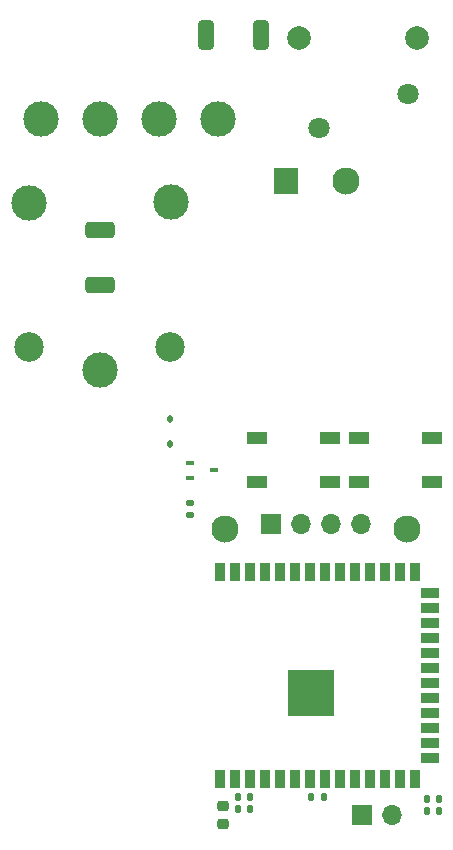
<source format=gbr>
%TF.GenerationSoftware,KiCad,Pcbnew,7.0.1*%
%TF.CreationDate,2023-04-13T16:06:33-04:00*%
%TF.ProjectId,IoT Lightswitch,496f5420-4c69-4676-9874-737769746368,rev?*%
%TF.SameCoordinates,Original*%
%TF.FileFunction,Soldermask,Top*%
%TF.FilePolarity,Negative*%
%FSLAX46Y46*%
G04 Gerber Fmt 4.6, Leading zero omitted, Abs format (unit mm)*
G04 Created by KiCad (PCBNEW 7.0.1) date 2023-04-13 16:06:33*
%MOMM*%
%LPD*%
G01*
G04 APERTURE LIST*
G04 Aperture macros list*
%AMRoundRect*
0 Rectangle with rounded corners*
0 $1 Rounding radius*
0 $2 $3 $4 $5 $6 $7 $8 $9 X,Y pos of 4 corners*
0 Add a 4 corners polygon primitive as box body*
4,1,4,$2,$3,$4,$5,$6,$7,$8,$9,$2,$3,0*
0 Add four circle primitives for the rounded corners*
1,1,$1+$1,$2,$3*
1,1,$1+$1,$4,$5*
1,1,$1+$1,$6,$7*
1,1,$1+$1,$8,$9*
0 Add four rect primitives between the rounded corners*
20,1,$1+$1,$2,$3,$4,$5,0*
20,1,$1+$1,$4,$5,$6,$7,0*
20,1,$1+$1,$6,$7,$8,$9,0*
20,1,$1+$1,$8,$9,$2,$3,0*%
G04 Aperture macros list end*
%ADD10R,1.800000X1.100000*%
%ADD11C,3.000000*%
%ADD12RoundRect,0.350000X-0.900000X0.350000X-0.900000X-0.350000X0.900000X-0.350000X0.900000X0.350000X0*%
%ADD13RoundRect,0.350000X-0.350000X-0.900000X0.350000X-0.900000X0.350000X0.900000X-0.350000X0.900000X0*%
%ADD14RoundRect,0.135000X-0.185000X0.135000X-0.185000X-0.135000X0.185000X-0.135000X0.185000X0.135000X0*%
%ADD15RoundRect,0.112500X-0.112500X0.187500X-0.112500X-0.187500X0.112500X-0.187500X0.112500X0.187500X0*%
%ADD16RoundRect,0.147500X-0.147500X-0.172500X0.147500X-0.172500X0.147500X0.172500X-0.147500X0.172500X0*%
%ADD17R,1.700000X1.700000*%
%ADD18O,1.700000X1.700000*%
%ADD19RoundRect,0.135000X0.135000X0.185000X-0.135000X0.185000X-0.135000X-0.185000X0.135000X-0.185000X0*%
%ADD20RoundRect,0.140000X0.140000X0.170000X-0.140000X0.170000X-0.140000X-0.170000X0.140000X-0.170000X0*%
%ADD21R,0.700000X0.450000*%
%ADD22R,0.900000X1.500000*%
%ADD23R,1.500000X0.900000*%
%ADD24C,0.600000*%
%ADD25R,3.900000X3.900000*%
%ADD26RoundRect,0.225000X-0.250000X0.225000X-0.250000X-0.225000X0.250000X-0.225000X0.250000X0.225000X0*%
%ADD27C,2.500000*%
%ADD28C,1.800000*%
%ADD29R,2.000000X2.300000*%
%ADD30C,2.300000*%
%ADD31C,2.000000*%
G04 APERTURE END LIST*
D10*
%TO.C,BOOT*%
X169493000Y-87939000D03*
X175693000Y-87939000D03*
X169493000Y-91639000D03*
X175693000Y-91639000D03*
%TD*%
D11*
%TO.C,J1*%
X157574000Y-60960000D03*
X152574000Y-60960000D03*
X147574000Y-60960000D03*
X142574000Y-60960000D03*
%TD*%
D12*
%TO.C,F1*%
X147574000Y-70294000D03*
X147574000Y-74994000D03*
%TD*%
D10*
%TO.C,RST*%
X167057000Y-91639000D03*
X160857000Y-91639000D03*
X167057000Y-87939000D03*
X160857000Y-87939000D03*
%TD*%
D13*
%TO.C,F3*%
X156527000Y-53848000D03*
X161227000Y-53848000D03*
%TD*%
D14*
%TO.C,R2*%
X155194000Y-93470000D03*
X155194000Y-94490000D03*
%TD*%
D15*
%TO.C,D1*%
X153543000Y-86326000D03*
X153543000Y-88426000D03*
%TD*%
D16*
%TO.C,D2*%
X175283000Y-119507000D03*
X176253000Y-119507000D03*
%TD*%
D17*
%TO.C,SW5*%
X169799000Y-119888000D03*
D18*
X172339000Y-119888000D03*
%TD*%
D17*
%TO.C,V  T  R  G*%
X162062000Y-95250000D03*
D18*
X164602000Y-95250000D03*
X167142000Y-95250000D03*
X169682000Y-95250000D03*
%TD*%
D19*
%TO.C,R4*%
X176278000Y-118491000D03*
X175258000Y-118491000D03*
%TD*%
D20*
%TO.C,C1*%
X160246000Y-119380000D03*
X159286000Y-119380000D03*
%TD*%
D19*
%TO.C,R3*%
X166499000Y-118364000D03*
X165479000Y-118364000D03*
%TD*%
D21*
%TO.C,Q1*%
X155210000Y-90028000D03*
X155210000Y-91328000D03*
X157210000Y-90678000D03*
%TD*%
D22*
%TO.C,U1*%
X157758000Y-116800000D03*
X159028000Y-116800000D03*
X160298000Y-116800000D03*
X161568000Y-116800000D03*
X162838000Y-116800000D03*
X164108000Y-116800000D03*
X165378000Y-116800000D03*
X166648000Y-116800000D03*
X167918000Y-116800000D03*
X169188000Y-116800000D03*
X170458000Y-116800000D03*
X171728000Y-116800000D03*
X172998000Y-116800000D03*
X174268000Y-116800000D03*
D23*
X175518000Y-115035000D03*
X175518000Y-113765000D03*
X175518000Y-112495000D03*
X175518000Y-111225000D03*
X175518000Y-109955000D03*
X175518000Y-108685000D03*
X175518000Y-107415000D03*
X175518000Y-106145000D03*
X175518000Y-104875000D03*
X175518000Y-103605000D03*
X175518000Y-102335000D03*
X175518000Y-101065000D03*
D22*
X174268000Y-99300000D03*
X172998000Y-99300000D03*
X171728000Y-99300000D03*
X170458000Y-99300000D03*
X169188000Y-99300000D03*
X167918000Y-99300000D03*
X166648000Y-99300000D03*
X165378000Y-99300000D03*
X164108000Y-99300000D03*
X162838000Y-99300000D03*
X161568000Y-99300000D03*
X160298000Y-99300000D03*
X159028000Y-99300000D03*
X157758000Y-99300000D03*
D24*
X164778000Y-110950000D03*
X166178000Y-110950000D03*
X164078000Y-110250000D03*
X165478000Y-110250000D03*
X166878000Y-110250000D03*
X164778000Y-109550000D03*
D25*
X165478000Y-109550000D03*
D24*
X166178000Y-109550000D03*
X164078000Y-108850000D03*
X165478000Y-108850000D03*
X166878000Y-108850000D03*
X164778000Y-108150000D03*
X166178000Y-108150000D03*
%TD*%
D19*
%TO.C,R1*%
X160276000Y-118364000D03*
X159256000Y-118364000D03*
%TD*%
D26*
%TO.C,C3*%
X157988000Y-119113000D03*
X157988000Y-120663000D03*
%TD*%
D11*
%TO.C,K1*%
X147574000Y-82160000D03*
D27*
X153524000Y-80210000D03*
D11*
X141524000Y-68010000D03*
X153574000Y-67960000D03*
D27*
X141524000Y-80210000D03*
%TD*%
D28*
%TO.C,RV1*%
X166116000Y-61722000D03*
X173616000Y-58822000D03*
%TD*%
D29*
%TO.C,PS1*%
X163362000Y-66209500D03*
D30*
X168362000Y-66209500D03*
X158162000Y-95609500D03*
X173562000Y-95609500D03*
%TD*%
D31*
%TO.C,C2*%
X164418000Y-54102000D03*
X174418000Y-54102000D03*
%TD*%
M02*

</source>
